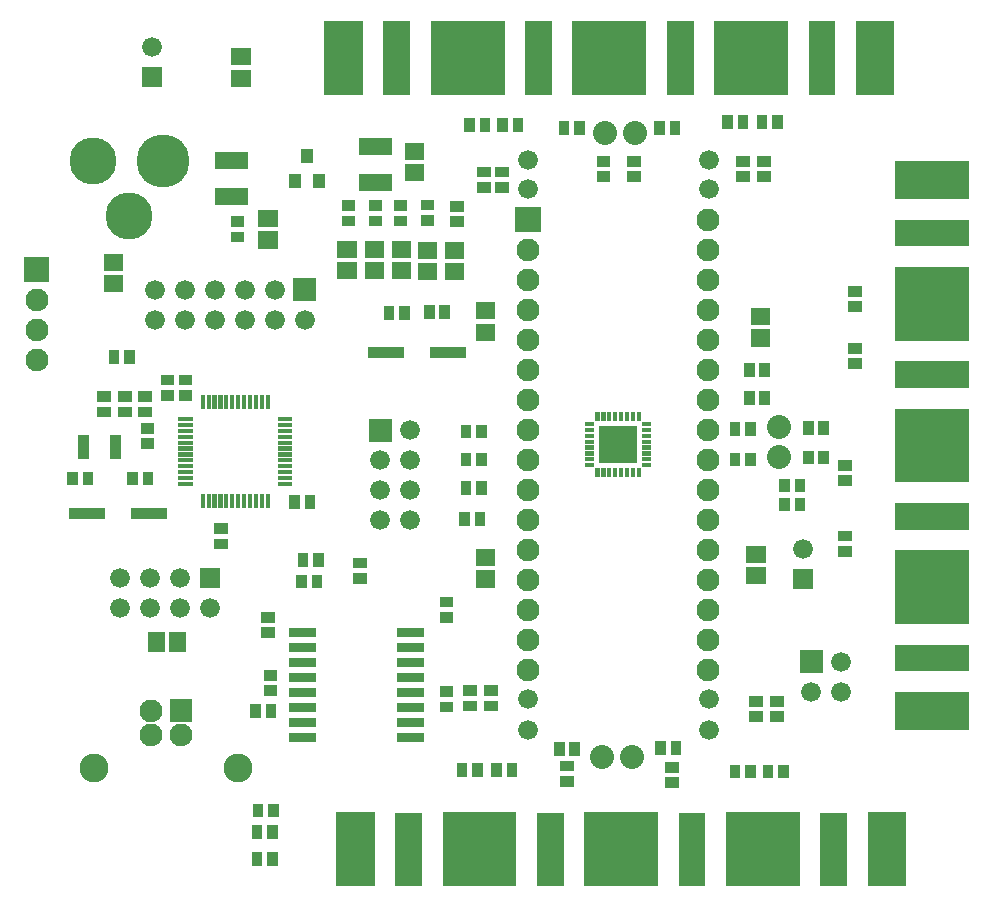
<source format=gbr>
G04 start of page 5 for group -4063 idx -4063 *
G04 Title: (unknown), componentmask *
G04 Creator: pcb 1.99z *
G04 CreationDate: Fri Sep 27 15:25:28 2013 UTC *
G04 For: tim *
G04 Format: Gerber/RS-274X *
G04 PCB-Dimensions (mil): 3240.00 2900.00 *
G04 PCB-Coordinate-Origin: lower left *
%MOIN*%
%FSLAX25Y25*%
%LNTOPMASK*%
%ADD96R,0.0218X0.0218*%
%ADD95R,0.0300X0.0300*%
%ADD94R,0.0400X0.0400*%
%ADD93R,0.0140X0.0140*%
%ADD92R,0.0376X0.0376*%
%ADD91R,0.0355X0.0355*%
%ADD90R,0.0572X0.0572*%
%ADD89R,0.1281X0.1281*%
%ADD88R,0.0887X0.0887*%
%ADD87C,0.0800*%
%ADD86C,0.1770*%
%ADD85C,0.1570*%
%ADD84C,0.0960*%
%ADD83C,0.0660*%
%ADD82C,0.0760*%
%ADD81C,0.0001*%
G54D81*G36*
X171794Y227713D02*Y219113D01*
X180394D01*
Y227713D01*
X171794D01*
G37*
G54D82*X176094Y213413D03*
Y203413D03*
G54D83*X175978Y233536D03*
Y243378D03*
G54D82*X176094Y193413D03*
Y183413D03*
Y173413D03*
Y163413D03*
Y153413D03*
Y143413D03*
G54D83*X175978Y63457D03*
Y53221D03*
G54D81*G36*
X122965Y157021D02*Y149421D01*
X130565D01*
Y157021D01*
X122965D01*
G37*
G54D83*X136765Y153221D03*
X126765Y143221D03*
X136765D03*
Y133221D03*
Y123221D03*
X126765Y133221D03*
Y123221D03*
G54D81*G36*
X66772Y107308D02*Y100708D01*
X73372D01*
Y107308D01*
X66772D01*
G37*
G54D83*X70072Y94008D03*
X60072Y104008D03*
Y94008D03*
X50072Y104008D03*
Y94008D03*
X40072Y104008D03*
Y94008D03*
G54D81*G36*
X56540Y63458D02*Y55858D01*
X64140D01*
Y63458D01*
X56540D01*
G37*
G54D82*X50340Y59658D03*
Y51658D03*
G54D84*X31340Y40658D03*
G54D82*X60340Y51658D03*
G54D84*X79340Y40658D03*
G54D81*G36*
X7898Y211064D02*Y202464D01*
X16498D01*
Y211064D01*
X7898D01*
G37*
G54D82*X12198Y196764D03*
Y186764D03*
Y176764D03*
G54D81*G36*
X47481Y274237D02*Y267637D01*
X54081D01*
Y274237D01*
X47481D01*
G37*
G54D83*X50781Y280937D03*
X51569Y200071D03*
G54D85*X42907Y224481D03*
X31096Y242985D03*
G54D86*X54324D03*
G54D83*X51569Y190071D03*
G54D81*G36*
X97769Y203871D02*Y196271D01*
X105369D01*
Y203871D01*
X97769D01*
G37*
G54D83*X101569Y190071D03*
X91569Y200071D03*
Y190071D03*
X81569Y200071D03*
Y190071D03*
X71569Y200071D03*
Y190071D03*
X61569Y200071D03*
Y190071D03*
G54D87*X259553Y144304D03*
Y154304D03*
G54D81*G36*
X264410Y106915D02*Y100315D01*
X271010D01*
Y106915D01*
X264410D01*
G37*
G54D83*X267710Y113615D03*
G54D81*G36*
X266666Y79856D02*Y72256D01*
X274266D01*
Y79856D01*
X266666D01*
G37*
G54D83*X280466Y76056D03*
Y66056D03*
X270466D03*
G54D82*X176094Y133413D03*
Y123413D03*
Y113413D03*
Y103413D03*
Y93413D03*
Y83413D03*
Y73413D03*
G54D87*X200781Y44166D03*
X210781D03*
G54D82*X236094Y73413D03*
Y83413D03*
Y93413D03*
G54D83*X236214Y53221D03*
Y63457D03*
G54D82*X236094Y103413D03*
Y113413D03*
Y123413D03*
Y133413D03*
Y143413D03*
Y153413D03*
Y163413D03*
Y173413D03*
Y183413D03*
Y193413D03*
Y203413D03*
Y213413D03*
Y223413D03*
G54D83*X236214Y243378D03*
Y233536D03*
G54D87*X201569Y252433D03*
X211569D03*
G54D88*X132277Y285111D02*Y269363D01*
G54D89*X114561Y283142D02*Y271331D01*
X149994Y283142D02*Y271331D01*
X161805Y283142D02*Y271331D01*
G54D90*X122436Y235899D02*X127946D01*
X122436Y247709D02*X127946D01*
G54D91*X156535Y255405D02*Y254421D01*
X161653Y255405D02*Y254421D01*
G54D88*X179521Y285111D02*Y269363D01*
G54D91*X167535Y255405D02*Y254421D01*
X172653Y255405D02*Y254421D01*
G54D89*X197238Y283142D02*Y271331D01*
G54D91*X193104Y254500D02*Y253516D01*
X187986Y254500D02*Y253516D01*
G54D89*X209049Y283142D02*Y271331D01*
G54D91*X166825Y234126D02*X167809D01*
X166825Y239244D02*X167809D01*
X160919Y234126D02*X161903D01*
X160919Y239244D02*X161903D01*
X200683Y237670D02*X201667D01*
X210919Y242788D02*X211903D01*
X210919Y237670D02*X211903D01*
G54D90*X161412Y103615D02*X162198D01*
X161412Y110701D02*X162198D01*
G54D91*X160427Y153319D02*Y152335D01*
X155309Y153319D02*Y152335D01*
X160427Y143870D02*Y142886D01*
X155309Y143870D02*Y142886D01*
X160427Y134422D02*Y133438D01*
X155309Y134422D02*Y133438D01*
X160033Y124185D02*Y123201D01*
X154915Y124185D02*Y123201D01*
X100978Y110406D02*Y109422D01*
X106096Y110406D02*Y109422D01*
X100584Y103319D02*Y102335D01*
X105702Y103319D02*Y102335D01*
X119580Y103811D02*X120564D01*
X119580Y108929D02*X120564D01*
X103340Y129697D02*Y128713D01*
G54D90*X161412Y185898D02*X162198D01*
X161412Y192984D02*X162198D01*
G54D92*X124600Y179008D02*X132868D01*
X145072D02*X153340D01*
G54D93*X209046Y139791D02*Y138138D01*
X211015Y139791D02*Y138138D01*
X212983Y139791D02*Y138138D01*
Y158688D02*Y157035D01*
X211015Y158688D02*Y157035D01*
X209046Y158688D02*Y157035D01*
X207078Y158688D02*Y157035D01*
X205110Y158688D02*Y157035D01*
X203142Y158688D02*Y157035D01*
X201173Y158688D02*Y157035D01*
X199205Y158688D02*Y157035D01*
X195819Y155302D02*X197472D01*
X195819Y153334D02*X197472D01*
X195819Y151365D02*X197472D01*
X195819Y149397D02*X197472D01*
G54D81*G36*
X199792Y154715D02*Y142111D01*
X212396D01*
Y154715D01*
X199792D01*
G37*
G54D93*X195819Y147429D02*X197472D01*
X195819Y145461D02*X197472D01*
X195819Y143492D02*X197472D01*
X195819Y141524D02*X197472D01*
G54D94*X98419Y236592D02*Y235992D01*
X106219Y236592D02*Y235992D01*
X102319Y244792D02*Y244192D01*
G54D90*X79916Y270544D02*X80702D01*
X79916Y277630D02*X80702D01*
X137790Y239048D02*X138576D01*
X137790Y246134D02*X138576D01*
X74404Y231174D02*X79914D01*
X74404Y242984D02*X79914D01*
X37396Y202040D02*X38182D01*
G54D91*X129718Y192689D02*Y191705D01*
X134836Y192689D02*Y191705D01*
X143104Y193083D02*Y192099D01*
X148222Y193083D02*Y192099D01*
G54D90*X115349Y206371D02*X116135D01*
G54D91*X115643Y222906D02*X116627D01*
X115643Y228024D02*X116627D01*
X124699Y222906D02*X125683D01*
X124699Y228024D02*X125683D01*
X132966Y222906D02*X133950D01*
X132966Y228024D02*X133950D01*
X142021Y223103D02*X143005D01*
G54D90*X133459Y213457D02*X134245D01*
X133459Y206371D02*X134245D01*
G54D91*X142021Y228221D02*X143005D01*
G54D90*X142120Y213063D02*X142906D01*
X142120Y205977D02*X142906D01*
G54D91*X151864Y222709D02*X152848D01*
X151864Y227827D02*X152848D01*
G54D90*X151176Y213063D02*X151962D01*
X151176Y205977D02*X151962D01*
X124404Y213457D02*X125190D01*
X124404Y206371D02*X125190D01*
X115349Y213457D02*X116135D01*
X88971Y216607D02*X89757D01*
X88971Y223693D02*X89757D01*
G54D91*X78636Y222709D02*X79620D01*
X78636Y217591D02*X79620D01*
G54D90*X37396Y209126D02*X38182D01*
G54D91*X43104Y178122D02*Y177138D01*
X37986Y178122D02*Y177138D01*
G54D90*X251569Y104796D02*X252355D01*
G54D89*X304718Y106764D02*X316529D01*
G54D91*X281102Y112854D02*X282086D01*
G54D90*X251569Y111882D02*X252355D01*
G54D91*X266726Y135209D02*Y134225D01*
X261608Y135209D02*Y134225D01*
X266726Y128910D02*Y127926D01*
X261608Y128910D02*Y127926D01*
X269482Y154500D02*Y153516D01*
X274600Y154500D02*Y153516D01*
X269482Y144658D02*Y143674D01*
X274600Y144658D02*Y143674D01*
G54D88*X302750Y124481D02*X318498D01*
G54D89*X304718Y142197D02*X316529D01*
G54D91*X281102Y141472D02*X282086D01*
X281102Y136354D02*X282086D01*
X281102Y117972D02*X282086D01*
G54D90*X253144Y183930D02*X253930D01*
X253144Y191016D02*X253930D01*
G54D91*X254915Y164343D02*Y163359D01*
X249797Y164343D02*Y163359D01*
X245072Y143870D02*Y142886D01*
X250190Y143870D02*Y142886D01*
X245072Y154107D02*Y153123D01*
X250190Y154107D02*Y153123D01*
X254915Y173792D02*Y172808D01*
X249797Y173792D02*Y172808D01*
G54D88*X226765Y285111D02*Y269363D01*
G54D89*X244482Y283142D02*Y271331D01*
G54D88*X274009Y285111D02*Y269363D01*
G54D89*X256293Y283142D02*Y271331D01*
X291726Y283142D02*Y271331D01*
G54D91*X247139Y237670D02*X248123D01*
X254226D02*X255210D01*
X247139Y242788D02*X248123D01*
X254226D02*X255210D01*
X200683D02*X201667D01*
X224994Y254500D02*Y253516D01*
X219876Y254500D02*Y253516D01*
X242535Y256405D02*Y255421D01*
X247653Y256405D02*Y255421D01*
X254035Y256405D02*Y255421D01*
X259153Y256405D02*Y255421D01*
G54D88*X302750Y218969D02*X318498D01*
G54D89*X304718Y236685D02*X316529D01*
X304718Y201252D02*X316529D01*
G54D88*X302750Y171725D02*X318498D01*
G54D89*X304718Y189441D02*X316529D01*
X304718Y154008D02*X316529D01*
G54D91*X284602Y199472D02*X285586D01*
X284602Y194354D02*X285586D01*
X284602Y180472D02*X285586D01*
X284602Y175354D02*X285586D01*
G54D93*X199205Y139791D02*Y138138D01*
X201173Y139791D02*Y138138D01*
X203142Y139791D02*Y138138D01*
X205110Y139791D02*Y138138D01*
X207078Y139791D02*Y138138D01*
X214716Y141524D02*X216369D01*
X214716Y143492D02*X216369D01*
X214716Y145461D02*X216369D01*
X214716Y147429D02*X216369D01*
X214716Y149397D02*X216369D01*
X214716Y151365D02*X216369D01*
X214716Y153334D02*X216369D01*
X214716Y155302D02*X216369D01*
G54D88*X183458Y21331D02*Y5583D01*
G54D89*X201175Y19363D02*Y7551D01*
G54D88*X230702Y21331D02*Y5583D01*
G54D89*X212986Y19363D02*Y7551D01*
X248419Y19363D02*Y7551D01*
G54D88*X277946Y21331D02*Y5583D01*
G54D89*X295663Y19363D02*Y7551D01*
X260230Y19363D02*Y7551D01*
G54D95*X98002Y85819D02*X104002D01*
X98002Y80819D02*X104002D01*
X98002Y75819D02*X104002D01*
G54D91*X88872Y85701D02*X89856D01*
X88872Y90819D02*X89856D01*
G54D95*X98002Y70819D02*X104002D01*
G54D91*X89659Y66410D02*X90643D01*
X89659Y71528D02*X90643D01*
X90348Y60012D02*Y59028D01*
X85230Y60012D02*Y59028D01*
G54D95*X98002Y65819D02*X104002D01*
X134002D02*X140002D01*
X98002Y60819D02*X104002D01*
X134002D02*X140002D01*
X98002Y55819D02*X104002D01*
X134002D02*X140002D01*
X98002Y50819D02*X104002D01*
X134002D02*X140002D01*
X134002Y70819D02*X140002D01*
X134002Y75819D02*X140002D01*
X134002Y80819D02*X140002D01*
X134002Y85819D02*X140002D01*
G54D91*X148321Y90819D02*X149305D01*
X148321Y95937D02*X149305D01*
X156195Y61292D02*X157179D01*
X148321Y60898D02*X149305D01*
X156195Y66410D02*X157179D01*
X148321Y66016D02*X149305D01*
X163281Y61292D02*X164265D01*
X163281Y66410D02*X164265D01*
G54D88*X136214Y21331D02*Y5583D01*
G54D89*X153931Y19363D02*Y7551D01*
X165742Y19363D02*Y7551D01*
X118498Y19363D02*Y7551D01*
G54D91*X86017Y26941D02*Y25957D01*
X91135Y26941D02*Y25957D01*
X85624Y19855D02*Y18871D01*
X90742Y19855D02*Y18871D01*
Y10799D02*Y9815D01*
X85624Y10799D02*Y9815D01*
X188478Y41213D02*X189462D01*
X188478Y36095D02*X189462D01*
X191529Y47414D02*Y46430D01*
X186411Y47414D02*Y46430D01*
X223517Y40819D02*X224501D01*
X223517Y35701D02*X224501D01*
X225387Y47807D02*Y46823D01*
X165535Y40405D02*Y39421D01*
X170653Y40405D02*Y39421D01*
X154035Y40405D02*Y39421D01*
X159153Y40405D02*Y39421D01*
X220269Y47807D02*Y46823D01*
X251471Y57748D02*X252455D01*
X251471Y62866D02*X252455D01*
X258557Y57748D02*X259541D01*
X258557Y62866D02*X259541D01*
G54D88*X302750Y77237D02*X318498D01*
G54D89*X304718Y94954D02*X316529D01*
X304718Y59520D02*X316529D01*
G54D91*X245035Y39905D02*Y38921D01*
X250153Y39905D02*Y38921D01*
X256035Y39905D02*Y38921D01*
X261153Y39905D02*Y38921D01*
G54D96*X37788Y144559D02*X39363D01*
X27159D02*X28734D01*
G54D91*X44285Y137571D02*Y136587D01*
X49403Y137571D02*Y136587D01*
X24206Y137571D02*Y136587D01*
X29324Y137571D02*Y136587D01*
G54D96*X37788Y146527D02*X39363D01*
X27159D02*X28734D01*
X37788Y148495D02*X39363D01*
X37788Y150463D02*X39363D01*
X27159D02*X28734D01*
X27159Y148495D02*X28734D01*
G54D90*X52081Y83063D02*Y82277D01*
X59167Y83063D02*Y82277D01*
G54D92*X24994Y125465D02*X33261D01*
X45466D02*X53734D01*
G54D91*X61313Y164835D02*X62297D01*
X61313Y169953D02*X62297D01*
X55407Y164835D02*X56391D01*
X55407Y169953D02*X56391D01*
X34147Y159323D02*X35131D01*
X34147Y164441D02*X35131D01*
X41234Y159323D02*X42218D01*
X41234Y164441D02*X42218D01*
X47927Y159323D02*X48911D01*
X47927Y164441D02*X48911D01*
X48714Y153811D02*X49698D01*
X73124Y115229D02*X74108D01*
X73124Y120347D02*X74108D01*
G54D93*X67593Y131265D02*Y127867D01*
X69561Y131265D02*Y127867D01*
X71530Y131265D02*Y127867D01*
X73498Y131265D02*Y127867D01*
X75467Y131265D02*Y127867D01*
X77435Y131265D02*Y127867D01*
X79404Y131265D02*Y127867D01*
G54D91*X98222Y129697D02*Y128713D01*
G54D93*X93249Y135269D02*X96647D01*
X81372Y131265D02*Y127867D01*
X83341Y131265D02*Y127867D01*
X85309Y131265D02*Y127867D01*
X87278Y131265D02*Y127867D01*
X89246Y131265D02*Y127867D01*
X93249Y137237D02*X96647D01*
X93249Y139206D02*X96647D01*
X93249Y141174D02*X96647D01*
X93249Y143143D02*X96647D01*
X93249Y145111D02*X96647D01*
X93249Y147080D02*X96647D01*
X93249Y149048D02*X96647D01*
X93249Y151017D02*X96647D01*
X93249Y152985D02*X96647D01*
X93249Y154954D02*X96647D01*
X93249Y156922D02*X96647D01*
X89245Y164323D02*Y160925D01*
X87277Y164323D02*Y160925D01*
X85308Y164323D02*Y160925D01*
X83340Y164323D02*Y160925D01*
X81371Y164323D02*Y160925D01*
X79403Y164323D02*Y160925D01*
X77434Y164323D02*Y160925D01*
X75466Y164323D02*Y160925D01*
X73497Y164323D02*Y160925D01*
X71529Y164323D02*Y160925D01*
X69560Y164323D02*Y160925D01*
X67592Y164323D02*Y160925D01*
G54D91*X48714Y148693D02*X49698D01*
G54D93*X60191Y156921D02*X63589D01*
X60191Y154953D02*X63589D01*
X60191Y152984D02*X63589D01*
X60191Y151016D02*X63589D01*
X60191Y149047D02*X63589D01*
X60191Y147079D02*X63589D01*
X60191Y145110D02*X63589D01*
X60191Y143142D02*X63589D01*
X60191Y141173D02*X63589D01*
X60191Y139205D02*X63589D01*
X60191Y137236D02*X63589D01*
X60191Y135268D02*X63589D01*
M02*

</source>
